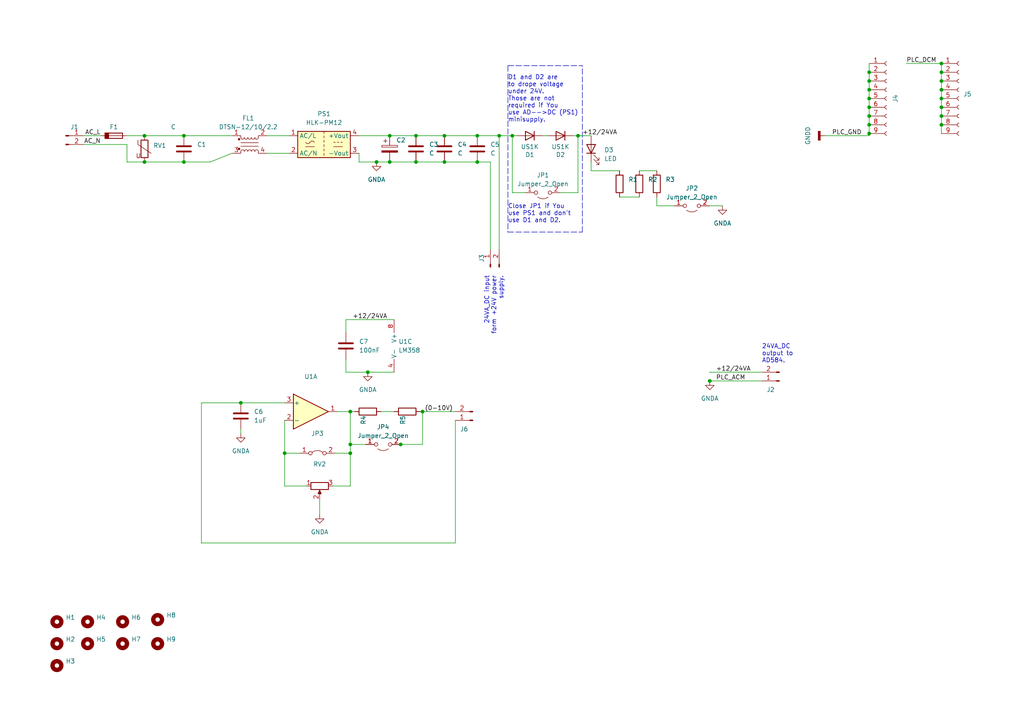
<source format=kicad_sch>
(kicad_sch (version 20211123) (generator eeschema)
  (paper "A4")
  (lib_symbols
    (symbol "Amplifier_Operational:LM358" (pin_names (offset 0.127))
      (property "Reference" "U" (at 0 5.08 0))
      (property "Value" "LM358" (at 0 -5.08 0))
      (symbol "LM358_1_1"
        (polyline (pts (xy -5.08 5.08) (xy 5.08 0) (xy -5.08 -5.08) (xy -5.08 5.08)) (stroke (width 0.254)) (fill (type background)))
        (pin output line (at 7.62 0 180) (length 2.54) (name "~") (number "1"))
        (pin input line (at -7.62 -2.54 0) (length 2.54) (name "-") (number "2"))
        (pin input line (at -7.62 2.54 0) (length 2.54) (name "+") (number "3"))
      )
      (symbol "LM358_2_1"
        (polyline (pts (xy -5.08 5.08) (xy 5.08 0) (xy -5.08 -5.08) (xy -5.08 5.08)) (stroke (width 0.254)) (fill (type background)))
        (pin input line (at -7.62 2.54 0) (length 2.54) (name "+") (number "5"))
        (pin input line (at -7.62 -2.54 0) (length 2.54) (name "-") (number "6"))
        (pin output line (at 7.62 0 180) (length 2.54) (name "~") (number "7"))
      )
      (symbol "LM358_3_1"
        (pin power_in line (at -2.54 -7.62 90) (length 3.81) (name "V-") (number "4"))
        (pin power_in line (at -2.54 7.62 270) (length 3.81) (name "V+") (number "8"))
      )
    )
    (symbol "Connector:Conn_01x02_Male" (pin_names (offset 1.016) hide)
      (property "Reference" "J" (at 0 2.54 0))
      (property "Value" "Conn_01x02_Male" (at 0 -5.08 0))
      (symbol "Conn_01x02_Male_1_1"
        (polyline (pts (xy 1.27 -2.54) (xy 0.8636 -2.54)) (stroke (width 0.1524)))
        (polyline (pts (xy 1.27 0) (xy 0.8636 0)) (stroke (width 0.1524)))
        (rectangle (start 0.8636 -2.413) (end 0 -2.667) (stroke (width 0.1524)) (fill (type outline)))
        (rectangle (start 0.8636 0.127) (end 0 -0.127) (stroke (width 0.1524)) (fill (type outline)))
        (pin passive line (at 5.08 0 180) (length 3.81) (name "Pin_1") (number "1"))
        (pin passive line (at 5.08 -2.54 180) (length 3.81) (name "Pin_2") (number "2"))
      )
    )
    (symbol "Connector:Conn_01x09_Female" (pin_names (offset 1.016) hide)
      (property "Reference" "J" (at 0 12.7 0))
      (property "Value" "Conn_01x09_Female" (at 0 -12.7 0))
      (symbol "Conn_01x09_Female_1_1"
        (arc (start 0 -9.652) (mid -0.508 -10.16) (end 0 -10.668) (stroke (width 0.1524)))
        (arc (start 0 -7.112) (mid -0.508 -7.62) (end 0 -8.128) (stroke (width 0.1524)))
        (arc (start 0 -4.572) (mid -0.508 -5.08) (end 0 -5.588) (stroke (width 0.1524)))
        (arc (start 0 -2.032) (mid -0.508 -2.54) (end 0 -3.048) (stroke (width 0.1524)))
        (polyline (pts (xy -1.27 -10.16) (xy -0.508 -10.16)) (stroke (width 0.1524)))
        (polyline (pts (xy -1.27 -7.62) (xy -0.508 -7.62)) (stroke (width 0.1524)))
        (polyline (pts (xy -1.27 -5.08) (xy -0.508 -5.08)) (stroke (width 0.1524)))
        (polyline (pts (xy -1.27 -2.54) (xy -0.508 -2.54)) (stroke (width 0.1524)))
        (polyline (pts (xy -1.27 0) (xy -0.508 0)) (stroke (width 0.1524)))
        (polyline (pts (xy -1.27 2.54) (xy -0.508 2.54)) (stroke (width 0.1524)))
        (polyline (pts (xy -1.27 5.08) (xy -0.508 5.08)) (stroke (width 0.1524)))
        (polyline (pts (xy -1.27 7.62) (xy -0.508 7.62)) (stroke (width 0.1524)))
        (polyline (pts (xy -1.27 10.16) (xy -0.508 10.16)) (stroke (width 0.1524)))
        (arc (start 0 0.508) (mid -0.508 0) (end 0 -0.508) (stroke (width 0.1524)))
        (arc (start 0 3.048) (mid -0.508 2.54) (end 0 2.032) (stroke (width 0.1524)))
        (arc (start 0 5.588) (mid -0.508 5.08) (end 0 4.572) (stroke (width 0.1524)))
        (arc (start 0 8.128) (mid -0.508 7.62) (end 0 7.112) (stroke (width 0.1524)))
        (arc (start 0 10.668) (mid -0.508 10.16) (end 0 9.652) (stroke (width 0.1524)))
        (pin passive line (at -5.08 10.16 0) (length 3.81) (name "Pin_1") (number "1"))
        (pin passive line (at -5.08 7.62 0) (length 3.81) (name "Pin_2") (number "2"))
        (pin passive line (at -5.08 5.08 0) (length 3.81) (name "Pin_3") (number "3"))
        (pin passive line (at -5.08 2.54 0) (length 3.81) (name "Pin_4") (number "4"))
        (pin passive line (at -5.08 0 0) (length 3.81) (name "Pin_5") (number "5"))
        (pin passive line (at -5.08 -2.54 0) (length 3.81) (name "Pin_6") (number "6"))
        (pin passive line (at -5.08 -5.08 0) (length 3.81) (name "Pin_7") (number "7"))
        (pin passive line (at -5.08 -7.62 0) (length 3.81) (name "Pin_8") (number "8"))
        (pin passive line (at -5.08 -10.16 0) (length 3.81) (name "Pin_9") (number "9"))
      )
    )
    (symbol "Converter_ACDC:HLK-PM12"
      (property "Reference" "PS" (at 0 5.08 0))
      (property "Value" "HLK-PM12" (at 0 -5.08 0))
      (symbol "HLK-PM12_0_1"
        (rectangle (start -7.62 3.81) (end 7.62 -3.81) (stroke (width 0.254)) (fill (type background)))
        (arc (start -5.334 0.635) (mid -4.699 0.2495) (end -4.064 0.635))
        (arc (start -2.794 0.635) (mid -3.429 1.0072) (end -4.064 0.635))
        (polyline (pts (xy -5.334 -0.635) (xy -2.794 -0.635)))
        (polyline (pts (xy 0 -2.54) (xy 0 -3.175)))
        (polyline (pts (xy 0 -1.27) (xy 0 -1.905)))
        (polyline (pts (xy 0 0) (xy 0 -0.635)))
        (polyline (pts (xy 0 1.27) (xy 0 0.635)))
        (polyline (pts (xy 0 2.54) (xy 0 1.905)))
        (polyline (pts (xy 0 3.81) (xy 0 3.175)))
        (polyline (pts (xy 2.794 -0.635) (xy 5.334 -0.635)))
        (polyline (pts (xy 2.794 0.635) (xy 3.302 0.635)))
        (polyline (pts (xy 3.81 0.635) (xy 4.318 0.635)))
        (polyline (pts (xy 4.826 0.635) (xy 5.334 0.635)))
      )
      (symbol "HLK-PM12_1_1"
        (pin power_in line (at -10.16 2.54 0) (length 2.54) (name "AC/L") (number "1"))
        (pin power_in line (at -10.16 -2.54 0) (length 2.54) (name "AC/N") (number "2"))
        (pin power_out line (at 10.16 -2.54 180) (length 2.54) (name "-Vout") (number "3"))
        (pin power_out line (at 10.16 2.54 180) (length 2.54) (name "+Vout") (number "4"))
      )
    )
    (symbol "Device:C" (pin_numbers hide) (pin_names (offset 0.254))
      (property "Reference" "C" (at 0.635 2.54 0))
      (property "Value" "C" (at 0.635 -2.54 0))
      (symbol "C_0_1"
        (polyline (pts (xy -2.032 -0.762) (xy 2.032 -0.762)) (stroke (width 0.508)))
        (polyline (pts (xy -2.032 0.762) (xy 2.032 0.762)) (stroke (width 0.508)))
      )
      (symbol "C_1_1"
        (pin passive line (at 0 3.81 270) (length 2.794) (name "~") (number "1"))
        (pin passive line (at 0 -3.81 90) (length 2.794) (name "~") (number "2"))
      )
    )
    (symbol "Device:C_Polarized" (pin_numbers hide) (pin_names (offset 0.254))
      (property "Reference" "C" (at 0.635 2.54 0))
      (property "Value" "C_Polarized" (at 0.635 -2.54 0))
      (symbol "C_Polarized_0_1"
        (rectangle (start -2.286 0.508) (end 2.286 1.016))
        (polyline (pts (xy -1.778 2.286) (xy -0.762 2.286)))
        (polyline (pts (xy -1.27 2.794) (xy -1.27 1.778)))
        (rectangle (start 2.286 -0.508) (end -2.286 -1.016) (fill (type outline)))
      )
      (symbol "C_Polarized_1_1"
        (pin passive line (at 0 3.81 270) (length 2.794) (name "~") (number "1"))
        (pin passive line (at 0 -3.81 90) (length 2.794) (name "~") (number "2"))
      )
    )
    (symbol "Device:Filter_EMI_LL" (pin_names (offset 0.254) hide)
      (property "Reference" "FL" (at 0 4.445 0))
      (property "Value" "Filter_EMI_LL" (at 0 -4.445 0))
      (symbol "Filter_EMI_LL_0_1"
        (circle (center -3.048 -1.27) (radius 0.254) (fill (type outline)))
        (circle (center -3.048 1.524) (radius 0.254) (fill (type outline)))
        (arc (start -2.54 2.032) (mid -2.032 1.524) (end -1.524 2.032))
        (arc (start -1.524 -2.032) (mid -2.032 -1.524) (end -2.54 -2.032))
        (arc (start -1.524 2.032) (mid -1.016 1.524) (end -0.508 2.032))
        (arc (start -0.508 -2.032) (mid -1.016 -1.524) (end -1.524 -2.032))
        (arc (start -0.508 2.032) (mid 0 1.524) (end 0.508 2.032))
        (polyline (pts (xy -2.54 -2.032) (xy -2.54 -2.54)))
        (polyline (pts (xy -2.54 0.508) (xy 2.54 0.508)))
        (polyline (pts (xy -2.54 2.032) (xy -2.54 2.54)))
        (polyline (pts (xy 2.54 -2.032) (xy 2.54 -2.54)))
        (polyline (pts (xy 2.54 -0.508) (xy -2.54 -0.508)))
        (polyline (pts (xy 2.54 2.54) (xy 2.54 2.032)))
        (arc (start 0.508 -2.032) (mid 0 -1.524) (end -0.508 -2.032))
        (arc (start 0.508 2.032) (mid 1.016 1.524) (end 1.524 2.032))
        (arc (start 1.524 -2.032) (mid 1.016 -1.524) (end 0.508 -2.032))
        (arc (start 1.524 2.032) (mid 2.032 1.524) (end 2.54 2.032))
        (arc (start 2.54 -2.032) (mid 2.032 -1.524) (end 1.524 -2.032))
      )
      (symbol "Filter_EMI_LL_1_1"
        (pin passive line (at -5.08 2.54 0) (length 2.54) (name "1") (number "1"))
        (pin passive line (at 5.08 2.54 180) (length 2.54) (name "2") (number "2"))
        (pin passive line (at -5.08 -2.54 0) (length 2.54) (name "3") (number "3"))
        (pin passive line (at 5.08 -2.54 180) (length 2.54) (name "4") (number "4"))
      )
    )
    (symbol "Device:Fuse_Polarized" (pin_numbers hide) (pin_names (offset 0))
      (property "Reference" "F" (at 2.032 0 90))
      (property "Value" "Fuse_Polarized" (at -1.905 0 90))
      (symbol "Fuse_Polarized_0_1"
        (rectangle (start -0.762 -2.54) (end 0.762 2.54) (stroke (width 0.254)))
        (rectangle (start -0.762 2.54) (end 0.762 1.524) (stroke (width 0.254)) (fill (type outline)))
        (polyline (pts (xy 0 2.54) (xy 0 -2.54)))
      )
      (symbol "Fuse_Polarized_1_1"
        (pin power_in line (at 0 3.81 270) (length 1.27) (name "~") (number "1"))
        (pin power_out line (at 0 -3.81 90) (length 1.27) (name "~") (number "2"))
      )
    )
    (symbol "Device:LED" (pin_numbers hide) (pin_names (offset 1.016) hide)
      (property "Reference" "D" (at 0 2.54 0))
      (property "Value" "LED" (at 0 -2.54 0))
      (symbol "LED_0_1"
        (polyline (pts (xy -1.27 -1.27) (xy -1.27 1.27)) (stroke (width 0.254)))
        (polyline (pts (xy -1.27 0) (xy 1.27 0)))
        (polyline (pts (xy 1.27 -1.27) (xy 1.27 1.27) (xy -1.27 0) (xy 1.27 -1.27)) (stroke (width 0.254)))
        (polyline (pts (xy -3.048 -0.762) (xy -4.572 -2.286) (xy -3.81 -2.286) (xy -4.572 -2.286) (xy -4.572 -1.524)))
        (polyline (pts (xy -1.778 -0.762) (xy -3.302 -2.286) (xy -2.54 -2.286) (xy -3.302 -2.286) (xy -3.302 -1.524)))
      )
      (symbol "LED_1_1"
        (pin passive line (at -3.81 0 0) (length 2.54) (name "K") (number "1"))
        (pin passive line (at 3.81 0 180) (length 2.54) (name "A") (number "2"))
      )
    )
    (symbol "Device:R" (pin_numbers hide) (pin_names (offset 0))
      (property "Reference" "R" (at 2.032 0 90))
      (property "Value" "R" (at 0 0 90))
      (symbol "R_0_1"
        (rectangle (start -1.016 -2.54) (end 1.016 2.54) (stroke (width 0.254)))
      )
      (symbol "R_1_1"
        (pin passive line (at 0 3.81 270) (length 1.27) (name "~") (number "1"))
        (pin passive line (at 0 -3.81 90) (length 1.27) (name "~") (number "2"))
      )
    )
    (symbol "Device:R_Potentiometer" (pin_names (offset 1.016) hide)
      (property "Reference" "RV" (at -4.445 0 90))
      (property "Value" "R_Potentiometer" (at -2.54 0 90))
      (symbol "R_Potentiometer_0_1"
        (polyline (pts (xy 2.54 0) (xy 1.524 0)))
        (polyline (pts (xy 1.143 0) (xy 2.286 0.508) (xy 2.286 -0.508) (xy 1.143 0)) (fill (type outline)))
        (rectangle (start 1.016 2.54) (end -1.016 -2.54) (stroke (width 0.254)))
      )
      (symbol "R_Potentiometer_1_1"
        (pin passive line (at 0 3.81 270) (length 1.27) (name "1") (number "1"))
        (pin passive line (at 3.81 0 180) (length 1.27) (name "2") (number "2"))
        (pin passive line (at 0 -3.81 90) (length 1.27) (name "3") (number "3"))
      )
    )
    (symbol "Device:Varistor" (pin_numbers hide) (pin_names (offset 0))
      (property "Reference" "RV" (at 3.175 0 90))
      (property "Value" "Varistor" (at -3.175 0 90))
      (symbol "Varistor_0_0"
        (text "U" (at -1.778 -2.032 0) (effects (font (size 1.27 1.27))))
      )
      (symbol "Varistor_0_1"
        (rectangle (start -1.016 -2.54) (end 1.016 2.54) (stroke (width 0.254)))
        (polyline (pts (xy -1.905 2.54) (xy -1.905 1.27) (xy 1.905 -1.27)))
      )
      (symbol "Varistor_1_1"
        (pin passive line (at 0 3.81 270) (length 1.27) (name "~") (number "1"))
        (pin passive line (at 0 -3.81 90) (length 1.27) (name "~") (number "2"))
      )
    )
    (symbol "Diode:US1K" (pin_numbers hide) (pin_names (offset 1.016) hide)
      (property "Reference" "D" (at 0 2.54 0))
      (property "Value" "US1K" (at 0 -2.54 0))
      (symbol "US1K_0_1"
        (polyline (pts (xy -1.27 1.27) (xy -1.27 -1.27)) (stroke (width 0.254)))
        (polyline (pts (xy 1.27 0) (xy -1.27 0)))
        (polyline (pts (xy 1.27 1.27) (xy 1.27 -1.27) (xy -1.27 0) (xy 1.27 1.27)) (stroke (width 0.254)))
      )
      (symbol "US1K_1_1"
        (pin passive line (at -3.81 0 0) (length 2.54) (name "K") (number "1"))
        (pin passive line (at 3.81 0 180) (length 2.54) (name "A") (number "2"))
      )
    )
    (symbol "Jumper:Jumper_2_Bridged" (pin_names (offset 0) hide)
      (property "Reference" "JP" (at 0 1.905 0))
      (property "Value" "Jumper_2_Bridged" (at 0 -2.54 0))
      (symbol "Jumper_2_Bridged_0_0"
        (circle (center -2.032 0) (radius 0.508))
        (circle (center 2.032 0) (radius 0.508))
      )
      (symbol "Jumper_2_Bridged_0_1"
        (arc (start 1.524 0.254) (mid 0 0.762) (end -1.524 0.254))
      )
      (symbol "Jumper_2_Bridged_1_1"
        (pin passive line (at -5.08 0 0) (length 2.54) (name "A") (number "1"))
        (pin passive line (at 5.08 0 180) (length 2.54) (name "B") (number "2"))
      )
    )
    (symbol "Jumper:Jumper_2_Open" (pin_names (offset 0) hide)
      (property "Reference" "JP" (at 0 2.794 0))
      (property "Value" "Jumper_2_Open" (at 0 -2.286 0))
      (symbol "Jumper_2_Open_0_0"
        (circle (center -2.032 0) (radius 0.508))
        (circle (center 2.032 0) (radius 0.508))
      )
      (symbol "Jumper_2_Open_0_1"
        (arc (start 1.524 1.27) (mid 0 1.778) (end -1.524 1.27))
      )
      (symbol "Jumper_2_Open_1_1"
        (pin passive line (at -5.08 0 0) (length 2.54) (name "A") (number "1"))
        (pin passive line (at 5.08 0 180) (length 2.54) (name "B") (number "2"))
      )
    )
    (symbol "Mechanical:MountingHole" (pin_names (offset 1.016))
      (property "Reference" "H" (at 0 5.08 0))
      (property "Value" "MountingHole" (at 0 3.175 0))
      (symbol "MountingHole_0_1"
        (circle (center 0 0) (radius 1.27) (stroke (width 1.27)))
      )
    )
    (symbol "power:GNDA" (power) (pin_names (offset 0))
      (property "Value" "GNDA" (at 0 -3.81 0))
      (symbol "GNDA_0_1"
        (polyline (pts (xy 0 0) (xy 0 -1.27) (xy 1.27 -1.27) (xy 0 -2.54) (xy -1.27 -1.27) (xy 0 -1.27)))
      )
      (symbol "GNDA_1_1"
        (pin power_in line (at 0 0 270) (length 0) hide (name "GNDA") (number "1"))
      )
    )
    (symbol "power:GNDD" (power) (pin_names (offset 0))
      (property "Value" "GNDD" (at 0 -3.175 0))
      (symbol "GNDD_0_1"
        (rectangle (start -1.27 -1.524) (end 1.27 -2.032) (stroke (width 0.254)) (fill (type outline)))
        (polyline (pts (xy 0 0) (xy 0 -1.524)))
      )
      (symbol "GNDD_1_1"
        (pin power_in line (at 0 0 270) (length 0) hide (name "GNDD") (number "1"))
      )
    )
  )
  (junction (at 120.65 46.99))
  (junction (at 252.095 28.575))
  (junction (at 138.43 39.37))
  (junction (at 101.6 128.905))
  (junction (at 69.85 116.84))
  (junction (at 116.205 128.905))
  (junction (at 138.43 46.99))
  (junction (at 252.095 38.735))
  (junction (at 273.05 20.955))
  (junction (at 252.095 36.195))
  (junction (at 252.095 26.035))
  (junction (at 101.6 119.38))
  (junction (at 101.6 131.445))
  (junction (at 252.095 20.955))
  (junction (at 148.59 39.37))
  (junction (at 273.05 36.195))
  (junction (at 252.095 23.495))
  (junction (at 109.22 46.99))
  (junction (at 53.34 39.37))
  (junction (at 273.05 33.655))
  (junction (at 273.05 31.115))
  (junction (at 106.68 107.95))
  (junction (at 273.05 18.415))
  (junction (at 113.03 39.37))
  (junction (at 128.905 46.99))
  (junction (at 41.91 46.99))
  (junction (at 41.91 39.37))
  (junction (at 252.095 33.655))
  (junction (at 122.555 119.38))
  (junction (at 273.05 28.575))
  (junction (at 273.05 23.495))
  (junction (at 205.8596 110.49))
  (junction (at 128.905 39.37))
  (junction (at 82.55 131.445))
  (junction (at 53.34 46.99))
  (junction (at 252.095 31.115))
  (junction (at 113.03 46.99))
  (junction (at 167.64 39.37))
  (junction (at 273.05 26.035))
  (junction (at 120.65 39.37))
  (junction (at 144.78 39.37))
  (wire (pts (xy 116.205 128.905) (xy 122.555 128.905)))
  (wire (pts (xy 101.6 128.905) (xy 106.045 128.905)))
  (wire (pts (xy 252.095 31.115) (xy 252.095 33.655)))
  (wire (pts (xy 60.96 46.99) (xy 67.31 44.45)))
  (wire (pts (xy 53.34 39.37) (xy 67.31 39.37)))
  (wire (pts (xy 97.155 131.445) (xy 101.6 131.445)))
  (wire (pts (xy 171.45 49.53) (xy 171.45 46.99)))
  (wire (pts (xy 262.89 18.415) (xy 273.05 18.415)))
  (wire (pts (xy 152.4 55.88) (xy 148.59 55.88)))
  (wire (pts (xy 100.33 107.95) (xy 106.68 107.95)))
  (wire (pts (xy 58.42 157.48) (xy 58.42 116.84)))
  (wire (pts (xy 252.095 20.955) (xy 252.095 23.495)))
  (wire (pts (xy 167.64 55.88) (xy 167.64 39.37)))
  (wire (pts (xy 138.43 46.99) (xy 142.24 46.99)))
  (wire (pts (xy 69.85 124.46) (xy 69.85 125.73)))
  (wire (pts (xy 195.58 59.69) (xy 190.5 59.69)))
  (polyline (pts (xy 147.32 19.05) (xy 168.91 19.05)))
  (wire (pts (xy 104.14 39.37) (xy 113.03 39.37)))
  (wire (pts (xy 24.13 39.37) (xy 29.21 39.37)))
  (wire (pts (xy 252.095 26.035) (xy 252.095 28.575)))
  (wire (pts (xy 179.705 57.15) (xy 185.42 57.15)))
  (wire (pts (xy 273.05 36.195) (xy 273.05 38.735)))
  (wire (pts (xy 104.14 44.45) (xy 104.14 46.99)))
  (wire (pts (xy 132.08 121.92) (xy 132.08 157.48)))
  (wire (pts (xy 252.095 28.575) (xy 252.095 31.115)))
  (wire (pts (xy 273.05 33.655) (xy 273.05 36.195)))
  (wire (pts (xy 144.78 39.37) (xy 144.78 72.39)))
  (wire (pts (xy 273.05 28.575) (xy 273.05 31.115)))
  (wire (pts (xy 142.24 46.99) (xy 142.24 72.39)))
  (wire (pts (xy 121.92 119.38) (xy 122.555 119.38)))
  (wire (pts (xy 273.05 20.955) (xy 273.05 23.495)))
  (wire (pts (xy 190.5 59.69) (xy 190.5 57.15)))
  (wire (pts (xy 252.095 39.37) (xy 239.395 39.37)))
  (wire (pts (xy 82.55 131.445) (xy 82.55 121.92)))
  (polyline (pts (xy 168.91 67.31) (xy 168.91 19.05)))
  (wire (pts (xy 101.6 119.38) (xy 102.87 119.38)))
  (wire (pts (xy 104.14 46.99) (xy 109.22 46.99)))
  (wire (pts (xy 96.52 140.97) (xy 101.6 140.97)))
  (wire (pts (xy 273.05 18.415) (xy 273.05 20.955)))
  (wire (pts (xy 148.59 39.37) (xy 149.86 39.37)))
  (wire (pts (xy 128.905 39.37) (xy 138.43 39.37)))
  (wire (pts (xy 122.555 119.38) (xy 132.08 119.38)))
  (wire (pts (xy 92.71 144.78) (xy 92.71 149.225)))
  (wire (pts (xy 179.705 49.53) (xy 171.45 49.53)))
  (wire (pts (xy 113.03 46.99) (xy 120.65 46.99)))
  (wire (pts (xy 58.42 116.84) (xy 69.85 116.84)))
  (wire (pts (xy 120.65 46.99) (xy 128.905 46.99)))
  (wire (pts (xy 252.095 36.195) (xy 252.095 38.735)))
  (wire (pts (xy 100.33 96.52) (xy 100.33 92.71)))
  (wire (pts (xy 132.08 157.48) (xy 58.42 157.48)))
  (wire (pts (xy 273.05 23.495) (xy 273.05 26.035)))
  (wire (pts (xy 252.095 38.735) (xy 252.095 39.37)))
  (wire (pts (xy 205.8596 110.49) (xy 220.98 110.49)))
  (wire (pts (xy 41.91 39.37) (xy 53.34 39.37)))
  (wire (pts (xy 101.6 128.905) (xy 101.6 119.38)))
  (wire (pts (xy 113.03 39.37) (xy 120.65 39.37)))
  (wire (pts (xy 205.74 107.95) (xy 220.98 107.95)))
  (wire (pts (xy 167.64 39.37) (xy 171.45 39.37)))
  (wire (pts (xy 115.57 128.905) (xy 116.205 128.905)))
  (wire (pts (xy 205.74 110.49) (xy 205.8596 110.49)))
  (wire (pts (xy 36.83 46.99) (xy 41.91 46.99)))
  (wire (pts (xy 36.83 41.91) (xy 36.83 46.99)))
  (wire (pts (xy 77.47 39.37) (xy 83.82 39.37)))
  (wire (pts (xy 69.85 116.84) (xy 82.55 116.84)))
  (wire (pts (xy 252.095 18.415) (xy 252.095 20.955)))
  (wire (pts (xy 101.6 140.97) (xy 101.6 131.445)))
  (wire (pts (xy 106.68 107.95) (xy 114.3 107.95)))
  (wire (pts (xy 110.49 119.38) (xy 114.3 119.38)))
  (wire (pts (xy 82.55 131.445) (xy 86.995 131.445)))
  (wire (pts (xy 101.6 131.445) (xy 101.6 128.905)))
  (wire (pts (xy 41.91 46.99) (xy 53.34 46.99)))
  (wire (pts (xy 109.22 46.99) (xy 113.03 46.99)))
  (wire (pts (xy 122.555 128.905) (xy 122.555 119.38)))
  (wire (pts (xy 157.48 39.37) (xy 158.75 39.37)))
  (wire (pts (xy 24.13 41.91) (xy 36.83 41.91)))
  (wire (pts (xy 82.55 140.97) (xy 82.55 131.445)))
  (wire (pts (xy 273.05 31.115) (xy 273.05 33.655)))
  (wire (pts (xy 273.05 26.035) (xy 273.05 28.575)))
  (wire (pts (xy 185.42 49.53) (xy 190.5 49.53)))
  (wire (pts (xy 88.9 140.97) (xy 82.55 140.97)))
  (wire (pts (xy 148.59 55.88) (xy 148.59 39.37)))
  (wire (pts (xy 138.43 39.37) (xy 144.78 39.37)))
  (wire (pts (xy 97.79 119.38) (xy 101.6 119.38)))
  (wire (pts (xy 36.83 39.37) (xy 41.91 39.37)))
  (wire (pts (xy 53.34 46.99) (xy 60.96 46.99)))
  (wire (pts (xy 120.65 39.37) (xy 128.905 39.37)))
  (wire (pts (xy 100.33 92.71) (xy 114.3 92.71)))
  (polyline (pts (xy 147.32 67.31) (xy 168.91 67.31)))
  (polyline (pts (xy 147.32 19.05) (xy 147.32 67.31)))
  (wire (pts (xy 162.56 55.88) (xy 167.64 55.88)))
  (wire (pts (xy 252.095 33.655) (xy 252.095 36.195)))
  (wire (pts (xy 100.33 104.14) (xy 100.33 107.95)))
  (wire (pts (xy 77.47 44.45) (xy 83.82 44.45)))
  (wire (pts (xy 252.095 23.495) (xy 252.095 26.035)))
  (wire (pts (xy 166.37 39.37) (xy 167.64 39.37)))
  (wire (pts (xy 205.74 59.69) (xy 209.55 59.69)))
  (wire (pts (xy 128.905 46.99) (xy 138.43 46.99)))
  (wire (pts (xy 144.78 39.37) (xy 148.59 39.37)))
  (text "24VA_DC input\nform +24V power\nsupply." (at 146.05 80.01 270) (effects (font (size 1.27 1.27)) (justify right bottom)))
  (text "24VA_DC\noutput to\nAD584." (at 220.98 105.41 0) (effects (font (size 1.27 1.27)) (justify left bottom)))
  (text "Close JP1 if You\nuse PS1 and don't\nuse D1 and D2." (at 147.32 64.77 0) (effects (font (size 1.27 1.27)) (justify left bottom)))
  (text "D1 and D2 are\nto drope voltage\nunder 24V.\nThose are not\nrequired if You\nuse AD-->DC (PS1)\nminisupply." (at 147.32 35.56 0) (effects (font (size 1.27 1.27)) (justify left bottom)))
  (label "PLC_DCM" (at 262.89 18.415 0))
  (label "PLC_ACM" (at 207.645 110.49 0))
  (label "AC_L" (at 29.21 39.37 180))
  (label "+12{slash}24VA" (at 168.91 39.37 0))
  (label "(0-10V)" (at 123.19 119.38 0))
  (label "+12{slash}24VA" (at 207.645 107.95 0))
  (label "AC_N" (at 29.21 41.91 180))
  (label "PLC_GND" (at 241.3 39.37 0))
  (label "+12{slash}24VA" (at 102.235 92.71 0))
  (symbol (lib_id "Device:Filter_EMI_LL") (at 72.39 41.91 0) (unit 1)
    (property "Reference" "FL1" (at 72.009 34.29 0))
    (property "Value" "DTSN-12{slash}10{slash}2.2" (at 72.009 36.83 0))
    (property "Footprint" "DTSN-12_10_2.2:DTSN-12_10_2.2" (effects hide))
  )
  (symbol (lib_id "Device:R") (at 179.705 53.34 0) (unit 1)
    (property "Reference" "R1" (at 182.245 52.0699 0) (effects (justify left)))
    (property "Value" "1k" (effects hide))
    (property "Footprint" "Resistor_SMD:R_0805_2012Metric" (effects hide))
  )
  (symbol (lib_id "Connector:Conn_01x09_Female") (at 257.175 28.575 0) (unit 1)
    (property "Reference" "J4" (at 259.715 28.575 90))
    (property "Value" "Conn_01x09_Female" (effects hide))
    (property "Footprint" "Connector_Phoenix_MC_HighVoltage:PhoenixContact_MCV_1,5_9-G-5.08_1x09_P5.08mm_Vertical" (effects hide))
  )
  (symbol (lib_id "Device:C") (at 53.34 43.18 0) (unit 1)
    (property "Reference" "C1" (at 57.15 41.9099 0) (effects (justify left)))
    (property "Value" "C" (at 49.53 36.83 0) (effects (justify left)))
    (property "Footprint" "Capacitor_THT:C_Disc_D12.5mm_W5.0mm_P10.00mm" (effects hide))
  )
  (symbol (lib_id "Device:Fuse_Polarized") (at 33.02 39.37 90) (unit 1)
    (property "Reference" "F1" (at 33.02 36.83 90))
    (property "Value" "ZH24-H" (effects hide))
    (property "Footprint" "Fuse:Fuseholder_Cylinder-5x20mm_EATON_H15-V-1_Vertical_Closed" (effects hide))
  )
  (symbol (lib_id "Connector:Conn_01x02_Male") (at 226.06 110.49 180) (unit 1)
    (property "Reference" "J2" (at 223.52 113.03 0))
    (property "Value" "Conn_01x02_Male" (effects hide))
    (property "Footprint" "Connector_Phoenix_MC_HighVoltage:PhoenixContact_MCV_1,5_2-G-5.08_1x02_P5.08mm_Vertical" (effects hide))
  )
  (symbol (lib_id "power:GNDA") (at 109.22 46.99 0) (unit 1)
    (property "Reference" "#PWR02" (effects hide))
    (property "Value" "GNDA" (at 109.22 52.07 0))
  )
  (symbol (lib_id "power:GNDD") (at 239.395 39.37 270) (unit 1)
    (property "Reference" "#PWR03" (effects hide))
    (property "Value" "GNDD" (at 234.315 39.37 0))
  )
  (symbol (lib_id "power:GNDA") (at 106.68 107.95 0) (unit 1)
    (property "Reference" "#PWR07" (effects hide))
    (property "Value" "GNDA" (at 106.68 113.03 0))
  )
  (symbol (lib_id "Device:C_Polarized") (at 113.03 43.18 0) (unit 1)
    (property "Reference" "C2" (at 114.935 40.64 0) (effects (justify left)))
    (property "Value" "C_Polarized" (effects hide))
    (property "Footprint" "Capacitor_THT:CP_Radial_D10.0mm_P5.00mm" (effects hide))
  )
  (symbol (lib_id "Mechanical:MountingHole") (at 35.56 180.34 0) (unit 1)
    (property "Reference" "H6" (at 38.1 179.0699 0) (effects (justify left)))
    (property "Value" "MountingHole" (effects hide))
    (property "Footprint" "MountingHole:MountingHole_3.2mm_M3" (effects hide))
  )
  (symbol (lib_id "Connector:Conn_01x02_Male") (at 137.16 121.92 180) (unit 1)
    (property "Reference" "J6" (at 134.62 124.46 0))
    (property "Value" "Conn_01x02_Male" (effects hide))
    (property "Footprint" "Connector_Phoenix_MC_HighVoltage:PhoenixContact_MCV_1,5_2-G-5.08_1x02_P5.08mm_Vertical" (effects hide))
  )
  (symbol (lib_id "Jumper:Jumper_2_Open") (at 111.125 128.905 0) (mirror x) (unit 1)
    (property "Reference" "JP4" (at 111.125 123.825 0))
    (property "Value" "Jumper_2_Open" (at 111.125 126.365 0))
    (property "Footprint" "Connector_PinHeader_2.54mm:PinHeader_1x02_P2.54mm_Vertical" (effects hide))
  )
  (symbol (lib_id "Mechanical:MountingHole") (at 16.51 186.69 0) (unit 1)
    (property "Reference" "H2" (at 19.05 185.4199 0) (effects (justify left)))
    (property "Value" "MountingHole" (effects hide))
    (property "Footprint" "MountingHole:MountingHole_3.2mm_M3" (effects hide))
  )
  (symbol (lib_id "Device:LED") (at 171.45 43.18 90) (unit 1)
    (property "Reference" "D3" (at 175.26 43.4974 90) (effects (justify right)))
    (property "Value" "LED" (at 175.26 46.0374 90) (effects (justify right)))
    (property "Footprint" "LED_THT:LED_D3.0mm" (effects hide))
  )
  (symbol (lib_id "Device:R") (at 190.5 53.34 0) (unit 1)
    (property "Reference" "R3" (at 193.04 52.0699 0) (effects (justify left)))
    (property "Value" "1k" (effects hide))
    (property "Footprint" "Resistor_SMD:R_0805_2012Metric" (effects hide))
  )
  (symbol (lib_id "Converter_ACDC:HLK-PM12") (at 93.98 41.91 0) (unit 1)
    (property "Reference" "PS1" (at 93.98 33.02 0))
    (property "Value" "HLK-PM12" (at 93.98 35.56 0))
    (property "Footprint" "Converter_ACDC:Converter_ACDC_HiLink_HLK-PMxx" (effects hide))
    (property "Datasheet" "http://www.hlktech.net/product_detail.php?ProId=56" (effects hide))
  )
  (symbol (lib_id "Connector:Conn_01x09_Female") (at 278.13 28.575 0) (unit 1)
    (property "Reference" "J5" (at 279.4 27.3049 0) (effects (justify left)))
    (property "Value" "Conn_01x09_Female" (effects hide))
    (property "Footprint" "Connector_Phoenix_MC_HighVoltage:PhoenixContact_MCV_1,5_9-G-5.08_1x09_P5.08mm_Vertical" (effects hide))
  )
  (symbol (lib_id "Diode:US1K") (at 153.67 39.37 180) (unit 1)
    (property "Reference" "D1" (at 153.67 44.8818 0))
    (property "Value" "US1K" (at 153.67 42.5704 0))
    (property "Footprint" "Diode_SMD:D_SMA" (effects hide))
    (property "Datasheet" "https://www.diodes.com/assets/Datasheets/ds16008.pdf" (effects hide))
  )
  (symbol (lib_id "Jumper:Jumper_2_Bridged") (at 92.075 131.445 0) (unit 1)
    (property "Reference" "JP3" (at 92.075 125.73 0))
    (property "Value" "Jumper_2_Bridged" (effects hide))
    (property "Footprint" "Connector_PinHeader_2.54mm:PinHeader_1x02_P2.54mm_Vertical" (effects hide))
  )
  (symbol (lib_id "Mechanical:MountingHole") (at 35.56 186.69 0) (unit 1)
    (property "Reference" "H7" (at 38.1 185.4199 0) (effects (justify left)))
    (property "Value" "MountingHole" (effects hide))
    (property "Footprint" "MountingHole:MountingHole_3.2mm_M3" (effects hide))
  )
  (symbol (lib_id "Connector:Conn_01x02_Male") (at 142.24 77.47 90) (unit 1)
    (property "Reference" "J3" (at 139.7 74.93 0))
    (property "Value" "Conn_01x02_Male" (effects hide))
    (property "Footprint" "Connector_Phoenix_MC_HighVoltage:PhoenixContact_MCV_1,5_2-G-5.08_1x02_P5.08mm_Vertical" (effects hide))
  )
  (symbol (lib_id "Amplifier_Operational:LM358") (at 116.84 100.33 0) (unit 3)
    (property "Reference" "U1" (at 115.57 99.0599 0) (effects (justify left)))
    (property "Value" "LM358" (at 115.57 101.5999 0) (effects (justify left)))
    (property "Footprint" "Package_DIP:DIP-8_W7.62mm" (effects hide))
    (property "Datasheet" "http://www.ti.com/lit/ds/symlink/lm2904-n.pdf" (effects hide))
  )
  (symbol (lib_id "Mechanical:MountingHole") (at 25.4 180.34 0) (unit 1)
    (property "Reference" "H4" (at 27.94 179.0699 0) (effects (justify left)))
    (property "Value" "MountingHole" (effects hide))
    (property "Footprint" "MountingHole:MountingHole_3.2mm_M3" (effects hide))
  )
  (symbol (lib_id "Mechanical:MountingHole") (at 25.4 186.69 0) (unit 1)
    (property "Reference" "H5" (at 27.94 185.4199 0) (effects (justify left)))
    (property "Value" "MountingHole" (effects hide))
    (property "Footprint" "MountingHole:MountingHole_3.2mm_M3" (effects hide))
  )
  (symbol (lib_id "Mechanical:MountingHole") (at 16.51 193.04 0) (unit 1)
    (property "Reference" "H3" (at 19.05 191.7699 0) (effects (justify left)))
    (property "Value" "MountingHole" (effects hide))
    (property "Footprint" "DTSN-12_10_2.2:AD584-breakout" (effects hide))
  )
  (symbol (lib_id "Jumper:Jumper_2_Open") (at 157.48 55.88 0) (mirror x) (unit 1)
    (property "Reference" "JP1" (at 157.48 50.8 0))
    (property "Value" "Jumper_2_Open" (at 157.48 53.34 0))
    (property "Footprint" "Connector_PinHeader_2.54mm:PinHeader_1x02_P2.54mm_Vertical" (effects hide))
  )
  (symbol (lib_id "Mechanical:MountingHole") (at 45.72 186.69 0) (unit 1)
    (property "Reference" "H9" (at 48.26 185.4199 0) (effects (justify left)))
    (property "Value" "MountingHole" (effects hide))
    (property "Footprint" "MountingHole:MountingHole_3.2mm_M3" (effects hide))
  )
  (symbol (lib_id "Device:R_Potentiometer") (at 92.71 140.97 90) (mirror x) (unit 1)
    (property "Reference" "RV2" (at 92.71 134.62 90))
    (property "Value" "R_Potentiometer" (effects hide))
    (property "Footprint" "Potentiometer_THT:Potentiometer_ACP_CA6-H2,5_Horizontal" (effects hide))
  )
  (symbol (lib_id "Device:Varistor") (at 41.91 43.18 0) (unit 1)
    (property "Reference" "RV1" (at 44.45 42.2227 0) (effects (justify left)))
    (property "Value" "Varistor" (effects hide))
    (property "Footprint" "Varistor:RV_Disc_D12mm_W7.5mm_P7.5mm" (effects hide))
  )
  (symbol (lib_id "Device:R") (at 185.42 53.34 0) (unit 1)
    (property "Reference" "R2" (at 187.96 52.0699 0) (effects (justify left)))
    (property "Value" "1k" (effects hide))
    (property "Footprint" "Resistor_SMD:R_0805_2012Metric" (effects hide))
  )
  (symbol (lib_id "Diode:US1K") (at 162.56 39.37 180) (unit 1)
    (property "Reference" "D2" (at 162.56 44.8818 0))
    (property "Value" "US1K" (at 162.56 42.5704 0))
    (property "Footprint" "Diode_SMD:D_SMA" (effects hide))
    (property "Datasheet" "https://www.diodes.com/assets/Datasheets/ds16008.pdf" (effects hide))
  )
  (symbol (lib_id "Device:C") (at 138.43 43.18 0) (unit 1)
    (property "Reference" "C5" (at 142.24 41.9099 0) (effects (justify left)))
    (property "Value" "C" (at 142.24 44.4499 0) (effects (justify left)))
    (property "Footprint" "Capacitor_SMD:C_0805_2012Metric" (effects hide))
  )
  (symbol (lib_id "Mechanical:MountingHole") (at 45.72 179.705 0) (unit 1)
    (property "Reference" "H8" (at 48.26 178.4349 0) (effects (justify left)))
    (property "Value" "MountingHole" (effects hide))
    (property "Footprint" "MountingHole:MountingHole_3.2mm_M3" (effects hide))
  )
  (symbol (lib_id "Device:R") (at 118.11 119.38 90) (unit 1)
    (property "Reference" "R5" (at 116.84 123.19 0) (effects (justify left)))
    (property "Value" "100" (effects hide))
    (property "Footprint" "Resistor_SMD:R_0805_2012Metric" (effects hide))
  )
  (symbol (lib_id "power:GNDA") (at 205.8596 110.49 0) (unit 1)
    (property "Reference" "#PWR01" (effects hide))
    (property "Value" "GNDA" (at 205.8596 115.57 0))
  )
  (symbol (lib_id "power:GNDA") (at 69.85 125.73 0) (unit 1)
    (property "Reference" "#PWR04" (effects hide))
    (property "Value" "GNDA" (at 69.85 130.81 0))
  )
  (symbol (lib_id "Device:C") (at 69.85 120.65 0) (unit 1)
    (property "Reference" "C6" (at 73.66 119.3799 0) (effects (justify left)))
    (property "Value" "1uF" (at 73.66 121.9199 0) (effects (justify left)))
    (property "Footprint" "Capacitor_SMD:C_0805_2012Metric" (effects hide))
  )
  (symbol (lib_id "Jumper:Jumper_2_Open") (at 200.66 59.69 0) (mirror x) (unit 1)
    (property "Reference" "JP2" (at 200.66 54.61 0))
    (property "Value" "Jumper_2_Open" (at 200.66 57.15 0))
    (property "Footprint" "Connector_PinHeader_2.54mm:PinHeader_1x02_P2.54mm_Vertical" (effects hide))
  )
  (symbol (lib_id "Device:R") (at 106.68 119.38 90) (unit 1)
    (property "Reference" "R4" (at 105.41 123.19 0) (effects (justify left)))
    (property "Value" "100" (effects hide))
    (property "Footprint" "Resistor_SMD:R_0805_2012Metric" (effects hide))
  )
  (symbol (lib_id "power:GNDA") (at 209.55 59.69 0) (unit 1)
    (property "Reference" "#PWR05" (effects hide))
    (property "Value" "GNDA" (at 209.55 64.77 0))
  )
  (symbol (lib_id "Device:C") (at 120.65 43.18 0) (unit 1)
    (property "Reference" "C3" (at 124.46 41.9099 0) (effects (justify left)))
    (property "Value" "C" (at 124.46 44.4499 0) (effects (justify left)))
    (property "Footprint" "Capacitor_SMD:C_0805_2012Metric" (effects hide))
  )
  (symbol (lib_id "Mechanical:MountingHole") (at 16.51 180.34 0) (unit 1)
    (property "Reference" "H1" (at 19.05 179.0699 0) (effects (justify left)))
    (property "Value" "MountingHole" (effects hide))
    (property "Footprint" "MountingHole:MountingHole_3.2mm_M3" (effects hide))
  )
  (symbol (lib_id "Amplifier_Operational:LM358") (at 90.17 119.38 0) (unit 1)
    (property "Reference" "U1" (at 90.17 109.22 0))
    (property "Value" "LM358" (effects hide))
    (property "Footprint" "Package_DIP:DIP-8_W7.62mm" (effects hide))
    (property "Datasheet" "http://www.ti.com/lit/ds/symlink/lm2904-n.pdf" (effects hide))
  )
  (symbol (lib_id "Device:C") (at 128.905 43.18 0) (unit 1)
    (property "Reference" "C4" (at 132.715 41.9099 0) (effects (justify left)))
    (property "Value" "C" (at 132.715 44.4499 0) (effects (justify left)))
    (property "Footprint" "Capacitor_SMD:C_0805_2012Metric" (effects hide))
  )
  (symbol (lib_id "Connector:Conn_01x02_Male") (at 19.05 39.37 0) (unit 1)
    (property "Reference" "J1" (at 21.59 36.83 0))
    (property "Value" "Conn_01x02_Male" (effects hide))
    (property "Footprint" "Connector_Phoenix_MC_HighVoltage:PhoenixContact_MCV_1,5_2-G-5.08_1x02_P5.08mm_Vertical" (effects hide))
  )
  (symbol (lib_id "Device:C") (at 100.33 100.33 0) (unit 1)
    (property "Reference" "C7" (at 104.14 99.0599 0) (effects (justify left)))
    (property "Value" "100nF" (at 104.14 101.5999 0) (effects (justify left)))
    (property "Footprint" "Capacitor_SMD:C_0805_2012Metric" (effects hide))
  )
  (symbol (lib_id "power:GNDA") (at 92.71 149.225 0) (unit 1)
    (property "Reference" "#PWR06" (effects hide))
    (property "Value" "GNDA" (at 92.71 154.305 0))
  )
)
</source>
